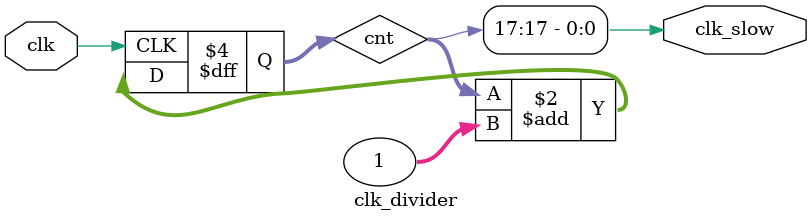
<source format=sv>
module clk_divider (
	input wire clk, // 50MHz input clock
	output wire clk_slow // LED output
	);

	// create a binary counter
	reg [31:0] cnt; // 32-bit counter

	initial begin
		cnt <= 32'h00000000; // start at zero
	end

	always @(posedge clk) begin
		cnt <= cnt + 1; // count up
	end

	//assign LED to 25th bit of the counter to blink the LED at a few Hz
	assign clk_slow = cnt[17];

endmodule
</source>
